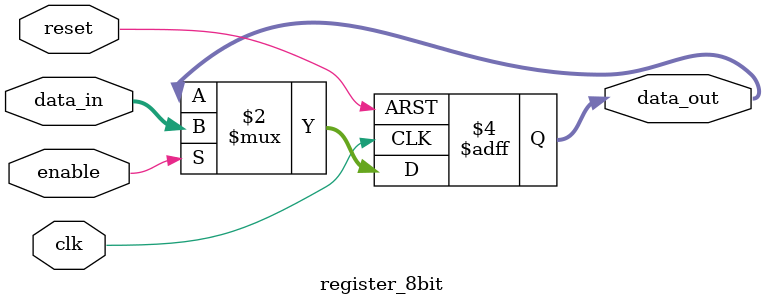
<source format=v>

`timescale 1ns/1ps

`define data_bus 8
`define low_val 1'b0
`define high_val 1'b1


module register_8bit(
		input clk,
		input reset,
		input enable,
		input [`data_bus -1 :0] data_in,
		output reg [`data_bus-1:0] data_out
		);
		

// behavioral model

	always@(posedge clk, posedge reset)
	 begin
		if (reset)
			data_out <= {`data_bus{`low_val}};
			else if(enable)
			data_out <= data_in;
	 end

endmodule	 
</source>
